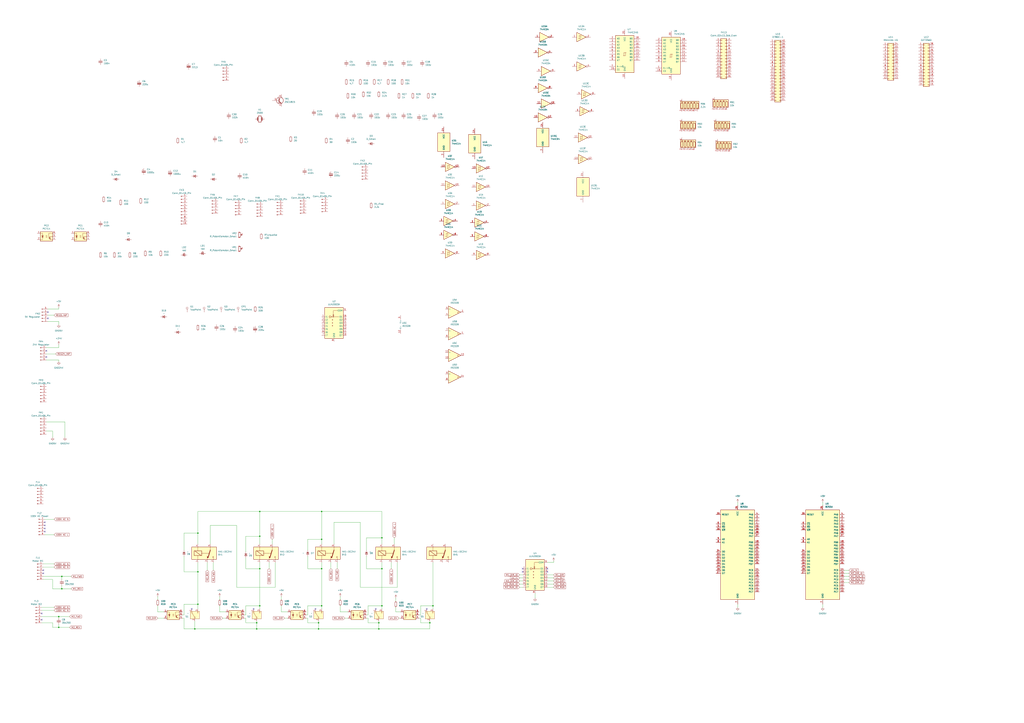
<source format=kicad_sch>
(kicad_sch
	(version 20231120)
	(generator "eeschema")
	(generator_version "8.0")
	(uuid "66cc26d7-ea0d-448d-81d6-18da17cae3ad")
	(paper "A1")
	
	(junction
		(at 50.8 473.71)
		(diameter 0)
		(color 0 0 0 0)
		(uuid "0b13f8df-1c20-4a73-a47a-98ac97815d26")
	)
	(junction
		(at 261.62 511.81)
		(diameter 0)
		(color 0 0 0 0)
		(uuid "10dae70c-302d-49d0-ba6e-3b81f529c56e")
	)
	(junction
		(at 261.62 516.89)
		(diameter 0)
		(color 0 0 0 0)
		(uuid "25ddcb7a-98b1-490f-9cf8-c98a9f58996b")
	)
	(junction
		(at 311.15 516.89)
		(diameter 0)
		(color 0 0 0 0)
		(uuid "356df096-b276-4fc8-9291-a01a55caa681")
	)
	(junction
		(at 160.02 516.89)
		(diameter 0)
		(color 0 0 0 0)
		(uuid "3bc20b50-851f-4e99-b35f-de81d16737fb")
	)
	(junction
		(at 213.36 420.37)
		(diameter 0)
		(color 0 0 0 0)
		(uuid "3c9259eb-cbc3-43a4-b7a4-ed840d4168c3")
	)
	(junction
		(at 313.69 497.84)
		(diameter 0)
		(color 0 0 0 0)
		(uuid "45b35192-3080-41b6-acc1-41fc0f510084")
	)
	(junction
		(at 48.26 515.62)
		(diameter 0)
		(color 0 0 0 0)
		(uuid "4683e323-5f89-4292-8f7b-95be364b9217")
	)
	(junction
		(at 213.36 497.84)
		(diameter 0)
		(color 0 0 0 0)
		(uuid "4b4ee08b-66db-45fa-bd0c-4b592e83c4c7")
	)
	(junction
		(at 210.82 511.81)
		(diameter 0)
		(color 0 0 0 0)
		(uuid "5b46f3f5-c45f-4aa9-9297-8da9111a9426")
	)
	(junction
		(at 264.16 497.84)
		(diameter 0)
		(color 0 0 0 0)
		(uuid "651f0bbd-2c35-401b-8e8f-550455b00b54")
	)
	(junction
		(at 313.69 467.36)
		(diameter 0)
		(color 0 0 0 0)
		(uuid "6cb56398-aade-4ba2-a1fe-3b66b3677601")
	)
	(junction
		(at 50.8 483.87)
		(diameter 0)
		(color 0 0 0 0)
		(uuid "787bb6e7-b134-4340-8a76-f56182ffc352")
	)
	(junction
		(at 162.56 496.57)
		(diameter 0)
		(color 0 0 0 0)
		(uuid "8741287e-2f19-419a-9d14-924da221de6a")
	)
	(junction
		(at 311.15 511.81)
		(diameter 0)
		(color 0 0 0 0)
		(uuid "94c04c4c-83a8-4c46-bad7-7f6f84ca370f")
	)
	(junction
		(at 353.06 511.81)
		(diameter 0)
		(color 0 0 0 0)
		(uuid "a1945e27-3991-4fb3-be48-1f97fbfba09b")
	)
	(junction
		(at 313.69 441.96)
		(diameter 0)
		(color 0 0 0 0)
		(uuid "a270c2d2-7352-49b7-a3a8-ba89c693befc")
	)
	(junction
		(at 264.16 420.37)
		(diameter 0)
		(color 0 0 0 0)
		(uuid "adf26b8e-9650-4236-9bcf-88b3f0f07d29")
	)
	(junction
		(at 162.56 438.15)
		(diameter 0)
		(color 0 0 0 0)
		(uuid "b02c65a3-a56f-49c9-b3bb-c182fca739ea")
	)
	(junction
		(at 355.6 497.84)
		(diameter 0)
		(color 0 0 0 0)
		(uuid "b849497d-419f-401c-914c-662c379116bb")
	)
	(junction
		(at 162.56 469.9)
		(diameter 0)
		(color 0 0 0 0)
		(uuid "babb64da-efb1-4acf-9cf6-e954d7233f5f")
	)
	(junction
		(at 48.26 506.73)
		(diameter 0)
		(color 0 0 0 0)
		(uuid "c43ca3f9-45f7-4b2b-b870-0096859f694d")
	)
	(junction
		(at 264.16 467.36)
		(diameter 0)
		(color 0 0 0 0)
		(uuid "d76fd0d5-6571-4fe6-a3de-8c84c7170948")
	)
	(junction
		(at 210.82 516.89)
		(diameter 0)
		(color 0 0 0 0)
		(uuid "d92b9d76-38be-41b8-8b5d-91f94362da4f")
	)
	(junction
		(at 213.36 440.69)
		(diameter 0)
		(color 0 0 0 0)
		(uuid "dc16379d-9489-4ced-93b2-eab45b360d68")
	)
	(junction
		(at 264.16 443.23)
		(diameter 0)
		(color 0 0 0 0)
		(uuid "f8c95fda-d262-49c3-bdf7-41b9311827b8")
	)
	(junction
		(at 213.36 467.36)
		(diameter 0)
		(color 0 0 0 0)
		(uuid "fa53695e-41ec-4e84-9665-f2cca63c0fda")
	)
	(no_connect
		(at 429.26 469.9)
		(uuid "0da8dff8-3efc-4579-af4f-a0d35cedd681")
	)
	(no_connect
		(at 38.1 293.37)
		(uuid "189a4fbb-4336-42af-94f8-029fdc066d50")
	)
	(no_connect
		(at 36.83 429.26)
		(uuid "1eeffd4a-cfea-480c-ba75-5ef1d8be5bc8")
	)
	(no_connect
		(at 34.29 509.27)
		(uuid "38f6cf9b-1c41-4f5a-ac4e-13d906cbb477")
	)
	(no_connect
		(at 39.37 256.54)
		(uuid "4e8b8fff-ab60-4204-a376-f0b26b4fa5b5")
	)
	(no_connect
		(at 429.26 467.36)
		(uuid "6526f219-e60f-46ab-96f8-5b894fee400d")
	)
	(no_connect
		(at 39.37 261.62)
		(uuid "6990e67d-49f3-4a44-8006-5c42fe4c6dc6")
	)
	(no_connect
		(at 36.83 436.88)
		(uuid "6af4da2c-9d10-49ff-b010-b8bd028e8855")
	)
	(no_connect
		(at 449.58 469.9)
		(uuid "6c2981a1-a5f8-4094-8f56-0fb32b339191")
	)
	(no_connect
		(at 308.61 500.38)
		(uuid "6e7c3107-485a-43bf-a80e-8ecf725474b5")
	)
	(no_connect
		(at 350.52 500.38)
		(uuid "6fbf3313-5162-44ad-b325-d2625086fc9e")
	)
	(no_connect
		(at 157.48 500.38)
		(uuid "70021ce7-557a-44ca-aa6e-08239d5b79ed")
	)
	(no_connect
		(at 36.83 431.8)
		(uuid "731fa28f-2239-4afa-9e69-5423eb111eed")
	)
	(no_connect
		(at 36.83 434.34)
		(uuid "7ac2f2f7-9bc0-47a5-a1f9-daf5db727c6b")
	)
	(no_connect
		(at 259.08 500.38)
		(uuid "a1fe7d45-1f3e-4a7e-ae0d-7e03379198f2")
	)
	(no_connect
		(at 38.1 288.29)
		(uuid "ac47f358-6b0d-4c00-ae69-7ed52f128bbc")
	)
	(no_connect
		(at 35.56 471.17)
		(uuid "b27bfa8b-6469-458e-abe8-0b20a1e0a33f")
	)
	(no_connect
		(at 34.29 504.19)
		(uuid "b51be13b-84bb-4c85-ad12-bba7c1d1c25a")
	)
	(no_connect
		(at 449.58 467.36)
		(uuid "cd55550c-c142-4be8-8a9d-501bcef30db5")
	)
	(no_connect
		(at 35.56 468.63)
		(uuid "dc85ec30-6681-4561-bea0-b63924e19d0e")
	)
	(no_connect
		(at 208.28 500.38)
		(uuid "f8398a9b-2e21-412c-91fa-cccb03a74a8a")
	)
	(wire
		(pts
			(xy 311.15 516.89) (xy 311.15 511.81)
		)
		(stroke
			(width 0)
			(type default)
		)
		(uuid "02a5ab22-8bd4-43c0-b759-c250902437eb")
	)
	(wire
		(pts
			(xy 252.73 511.81) (xy 261.62 511.81)
		)
		(stroke
			(width 0)
			(type default)
		)
		(uuid "0374fe63-9115-47f9-9bd8-00593f886327")
	)
	(wire
		(pts
			(xy 693.42 473.71) (xy 697.23 473.71)
		)
		(stroke
			(width 0)
			(type default)
		)
		(uuid "044d8170-9993-4217-8132-816c23299321")
	)
	(wire
		(pts
			(xy 353.06 516.89) (xy 353.06 511.81)
		)
		(stroke
			(width 0)
			(type default)
		)
		(uuid "05a96207-0511-402c-8cbc-17b5ca381bfa")
	)
	(wire
		(pts
			(xy 264.16 443.23) (xy 252.73 443.23)
		)
		(stroke
			(width 0)
			(type default)
		)
		(uuid "05e30963-3ff9-47b3-834e-9617b6eea12a")
	)
	(wire
		(pts
			(xy 201.93 440.69) (xy 213.36 440.69)
		)
		(stroke
			(width 0)
			(type default)
		)
		(uuid "0781d760-a7be-4aab-9baf-ba2fc3a0194d")
	)
	(wire
		(pts
			(xy 182.88 508) (xy 185.42 508)
		)
		(stroke
			(width 0)
			(type default)
		)
		(uuid "081a5a56-4d53-4741-b7b4-d3534838711c")
	)
	(wire
		(pts
			(xy 276.86 467.36) (xy 276.86 462.28)
		)
		(stroke
			(width 0)
			(type default)
		)
		(uuid "0ac84dd9-c95e-458a-ba7e-1d7e56536f85")
	)
	(wire
		(pts
			(xy 327.66 508) (xy 328.93 508)
		)
		(stroke
			(width 0)
			(type default)
		)
		(uuid "0ba276f9-49fa-4372-8f6b-e5a9a9e9c29e")
	)
	(wire
		(pts
			(xy 48.26 506.73) (xy 57.15 506.73)
		)
		(stroke
			(width 0)
			(type default)
		)
		(uuid "0ce7c09d-2fb0-4dec-855b-a9391c26eeb2")
	)
	(wire
		(pts
			(xy 675.64 496.57) (xy 675.64 499.11)
		)
		(stroke
			(width 0)
			(type default)
		)
		(uuid "0e010dda-9f02-420c-b4f2-779f41088b74")
	)
	(wire
		(pts
			(xy 162.56 469.9) (xy 162.56 462.28)
		)
		(stroke
			(width 0)
			(type default)
		)
		(uuid "0ea5a8ea-7b18-417a-96b9-c7214b98c44f")
	)
	(wire
		(pts
			(xy 426.72 482.6) (xy 429.26 482.6)
		)
		(stroke
			(width 0)
			(type default)
		)
		(uuid "0f09b1d2-4084-4dea-857d-330b895b9afc")
	)
	(wire
		(pts
			(xy 151.13 457.2) (xy 151.13 469.9)
		)
		(stroke
			(width 0)
			(type default)
		)
		(uuid "124a4fc0-acba-4b50-aa9b-4fbee1b8bdc4")
	)
	(wire
		(pts
			(xy 344.17 508) (xy 345.44 508)
		)
		(stroke
			(width 0)
			(type default)
		)
		(uuid "1285669e-927e-44fa-82bd-489186bd9d3c")
	)
	(wire
		(pts
			(xy 279.4 497.84) (xy 279.4 502.92)
		)
		(stroke
			(width 0)
			(type default)
		)
		(uuid "16277674-01d8-495f-aef8-57d30a9ed79c")
	)
	(wire
		(pts
			(xy 300.99 508) (xy 302.26 508)
		)
		(stroke
			(width 0)
			(type default)
		)
		(uuid "173bea94-7968-4dd8-93cf-bafd7426b94c")
	)
	(wire
		(pts
			(xy 313.69 497.84) (xy 313.69 467.36)
		)
		(stroke
			(width 0)
			(type default)
		)
		(uuid "178f1e7c-0255-4e6b-9053-ce24725b7633")
	)
	(wire
		(pts
			(xy 194.31 431.8) (xy 172.72 431.8)
		)
		(stroke
			(width 0)
			(type default)
		)
		(uuid "180e6b82-5930-40af-9b0e-5c781de995ed")
	)
	(wire
		(pts
			(xy 151.13 438.15) (xy 162.56 438.15)
		)
		(stroke
			(width 0)
			(type default)
		)
		(uuid "18465c56-a1ad-4916-8c30-2bd2e0941155")
	)
	(wire
		(pts
			(xy 172.72 431.8) (xy 172.72 447.04)
		)
		(stroke
			(width 0)
			(type default)
		)
		(uuid "18d9c8a6-cc74-4567-b775-4e1978246029")
	)
	(wire
		(pts
			(xy 50.8 473.71) (xy 58.42 473.71)
		)
		(stroke
			(width 0)
			(type default)
		)
		(uuid "18e150ed-0996-4fa7-b532-be044cf48581")
	)
	(wire
		(pts
			(xy 252.73 505.46) (xy 252.73 497.84)
		)
		(stroke
			(width 0)
			(type default)
		)
		(uuid "190661bd-fad7-40cd-afc7-bfd1bf798df8")
	)
	(wire
		(pts
			(xy 162.56 500.38) (xy 162.56 496.57)
		)
		(stroke
			(width 0)
			(type default)
		)
		(uuid "19ed89ed-194d-4fc7-ac5c-12cbbdb9966f")
	)
	(wire
		(pts
			(xy 261.62 516.89) (xy 311.15 516.89)
		)
		(stroke
			(width 0)
			(type default)
		)
		(uuid "1c2b5503-4cf4-49b8-a3d9-867f0a909920")
	)
	(wire
		(pts
			(xy 300.99 457.2) (xy 300.99 467.36)
		)
		(stroke
			(width 0)
			(type default)
		)
		(uuid "1c8a2992-5819-4c4d-bc5d-5873b0f8fec8")
	)
	(wire
		(pts
			(xy 149.86 505.46) (xy 151.13 505.46)
		)
		(stroke
			(width 0)
			(type default)
		)
		(uuid "1ec3d812-a633-492d-ae3d-6cae002a15c1")
	)
	(wire
		(pts
			(xy 279.4 502.92) (xy 285.75 502.92)
		)
		(stroke
			(width 0)
			(type default)
		)
		(uuid "1ef2a37f-8242-4b0a-b4cf-05692665dd8a")
	)
	(wire
		(pts
			(xy 48.26 295.91) (xy 38.1 295.91)
		)
		(stroke
			(width 0)
			(type default)
		)
		(uuid "22915d6b-7f96-41b9-88c5-845ed9fc4f22")
	)
	(wire
		(pts
			(xy 220.98 467.36) (xy 220.98 462.28)
		)
		(stroke
			(width 0)
			(type default)
		)
		(uuid "245b94a0-1f34-4404-8adf-8d6fc169bb4d")
	)
	(wire
		(pts
			(xy 439.42 487.68) (xy 439.42 491.49)
		)
		(stroke
			(width 0)
			(type default)
		)
		(uuid "25383dfa-3c2c-42a2-9fe1-430605bd0aad")
	)
	(wire
		(pts
			(xy 345.44 497.84) (xy 355.6 497.84)
		)
		(stroke
			(width 0)
			(type default)
		)
		(uuid "26b879ff-7cca-4a0b-818e-f50b673fc019")
	)
	(wire
		(pts
			(xy 210.82 516.89) (xy 210.82 511.81)
		)
		(stroke
			(width 0)
			(type default)
		)
		(uuid "271f6a65-e94d-469f-a525-87e08c76e075")
	)
	(wire
		(pts
			(xy 264.16 500.38) (xy 264.16 497.84)
		)
		(stroke
			(width 0)
			(type default)
		)
		(uuid "283558b2-5929-4655-8f5d-cebd90d9427a")
	)
	(wire
		(pts
			(xy 274.32 429.26) (xy 274.32 447.04)
		)
		(stroke
			(width 0)
			(type default)
		)
		(uuid "2b1149f8-13ab-466a-8452-72f4a2e37554")
	)
	(wire
		(pts
			(xy 233.68 508) (xy 236.22 508)
		)
		(stroke
			(width 0)
			(type default)
		)
		(uuid "2b453aeb-658b-47cf-8bab-24c4437c833c")
	)
	(wire
		(pts
			(xy 426.72 472.44) (xy 429.26 472.44)
		)
		(stroke
			(width 0)
			(type default)
		)
		(uuid "2c278734-524c-43a5-9f50-0959ca6b5c2c")
	)
	(wire
		(pts
			(xy 48.26 515.62) (xy 57.15 515.62)
		)
		(stroke
			(width 0)
			(type default)
		)
		(uuid "2c88da02-3177-4c39-aeff-cbed292da9ce")
	)
	(wire
		(pts
			(xy 129.54 502.92) (xy 134.62 502.92)
		)
		(stroke
			(width 0)
			(type default)
		)
		(uuid "2ce5239c-f782-482a-9748-720665f93ec1")
	)
	(wire
		(pts
			(xy 300.99 505.46) (xy 302.26 505.46)
		)
		(stroke
			(width 0)
			(type default)
		)
		(uuid "2d6f75c3-d312-42ce-ab55-bc762a0d1b64")
	)
	(wire
		(pts
			(xy 34.29 506.73) (xy 48.26 506.73)
		)
		(stroke
			(width 0)
			(type default)
		)
		(uuid "30f19106-3618-4a09-82aa-fb09024b4e70")
	)
	(wire
		(pts
			(xy 201.93 467.36) (xy 213.36 467.36)
		)
		(stroke
			(width 0)
			(type default)
		)
		(uuid "31ea083a-8a88-454b-a407-e034d3157f7d")
	)
	(wire
		(pts
			(xy 252.73 457.2) (xy 252.73 467.36)
		)
		(stroke
			(width 0)
			(type default)
		)
		(uuid "352b8653-2611-41a8-9752-3f2215ea5903")
	)
	(wire
		(pts
			(xy 162.56 420.37) (xy 162.56 438.15)
		)
		(stroke
			(width 0)
			(type default)
		)
		(uuid "38260eed-03d1-4f72-aa99-12a59c9b7513")
	)
	(wire
		(pts
			(xy 43.18 354.33) (xy 43.18 359.41)
		)
		(stroke
			(width 0)
			(type default)
		)
		(uuid "3c55ecda-9921-466b-bdcd-9927a381382a")
	)
	(wire
		(pts
			(xy 151.13 505.46) (xy 151.13 496.57)
		)
		(stroke
			(width 0)
			(type default)
		)
		(uuid "3edef422-b9dc-4de7-9b80-4fc3a04416fc")
	)
	(wire
		(pts
			(xy 36.83 426.72) (xy 44.45 426.72)
		)
		(stroke
			(width 0)
			(type default)
		)
		(uuid "4098dbf7-381b-465d-91c4-844b20bf971f")
	)
	(wire
		(pts
			(xy 605.79 412.75) (xy 605.79 415.29)
		)
		(stroke
			(width 0)
			(type default)
		)
		(uuid "413c7121-2621-48b3-9c50-e86f3440c3c0")
	)
	(wire
		(pts
			(xy 311.15 516.89) (xy 353.06 516.89)
		)
		(stroke
			(width 0)
			(type default)
		)
		(uuid "42b19c30-de2e-4fe5-bb5b-e213b1e1da0a")
	)
	(wire
		(pts
			(xy 302.26 497.84) (xy 313.69 497.84)
		)
		(stroke
			(width 0)
			(type default)
		)
		(uuid "4337ee6c-781e-4b57-b30d-f2f6a248413f")
	)
	(wire
		(pts
			(xy 449.58 480.06) (xy 454.66 480.06)
		)
		(stroke
			(width 0)
			(type default)
		)
		(uuid "4a9aaa05-7a36-4c2c-9830-ffe49357c84b")
	)
	(wire
		(pts
			(xy 325.12 491.49) (xy 325.12 494.03)
		)
		(stroke
			(width 0)
			(type default)
		)
		(uuid "4f45a74f-d366-4336-a777-20bb0b0b6103")
	)
	(wire
		(pts
			(xy 251.46 505.46) (xy 252.73 505.46)
		)
		(stroke
			(width 0)
			(type default)
		)
		(uuid "4ff4258e-dbc5-415a-af1f-60724aa167a5")
	)
	(wire
		(pts
			(xy 454.66 461.01) (xy 454.66 462.28)
		)
		(stroke
			(width 0)
			(type default)
		)
		(uuid "50c49188-d680-416e-83ec-f512c6367a87")
	)
	(wire
		(pts
			(xy 264.16 447.04) (xy 264.16 443.23)
		)
		(stroke
			(width 0)
			(type default)
		)
		(uuid "51255e78-9af3-4eb9-89a7-f03e79b706e7")
	)
	(wire
		(pts
			(xy 264.16 420.37) (xy 213.36 420.37)
		)
		(stroke
			(width 0)
			(type default)
		)
		(uuid "530670f0-0cbe-482f-8e16-ee14b406d9db")
	)
	(wire
		(pts
			(xy 321.31 467.36) (xy 321.31 462.28)
		)
		(stroke
			(width 0)
			(type default)
		)
		(uuid "556411d2-6029-4d6c-9001-f12aac8719d9")
	)
	(wire
		(pts
			(xy 226.06 482.6) (xy 194.31 482.6)
		)
		(stroke
			(width 0)
			(type default)
		)
		(uuid "56a6b905-05da-49f2-8842-b2f852951509")
	)
	(wire
		(pts
			(xy 213.36 497.84) (xy 213.36 467.36)
		)
		(stroke
			(width 0)
			(type default)
		)
		(uuid "57f85406-e60d-49d9-8c5d-716651347619")
	)
	(wire
		(pts
			(xy 231.14 497.84) (xy 231.14 502.92)
		)
		(stroke
			(width 0)
			(type default)
		)
		(uuid "59e72fb6-30b1-44b8-bb4b-6b1e799b7736")
	)
	(wire
		(pts
			(xy 693.42 471.17) (xy 697.23 471.17)
		)
		(stroke
			(width 0)
			(type default)
		)
		(uuid "5ab9acb0-81bd-4e63-9bec-a07dfc64eb86")
	)
	(wire
		(pts
			(xy 43.18 483.87) (xy 50.8 483.87)
		)
		(stroke
			(width 0)
			(type default)
		)
		(uuid "5d148857-46dd-4e23-800a-edb13ef3c857")
	)
	(wire
		(pts
			(xy 38.1 290.83) (xy 45.72 290.83)
		)
		(stroke
			(width 0)
			(type default)
		)
		(uuid "5decabbe-4d03-4a11-93cd-acdd60a5d6c7")
	)
	(wire
		(pts
			(xy 313.69 441.96) (xy 313.69 420.37)
		)
		(stroke
			(width 0)
			(type default)
		)
		(uuid "5f7055a2-51b5-4e86-be94-b85a43d34518")
	)
	(wire
		(pts
			(xy 693.42 478.79) (xy 697.23 478.79)
		)
		(stroke
			(width 0)
			(type default)
		)
		(uuid "6061dcb1-8edd-4d27-8d3f-24dcae6ef349")
	)
	(wire
		(pts
			(xy 252.73 467.36) (xy 264.16 467.36)
		)
		(stroke
			(width 0)
			(type default)
		)
		(uuid "62bf1741-3c11-4483-9c13-e7941791c370")
	)
	(wire
		(pts
			(xy 48.26 285.75) (xy 38.1 285.75)
		)
		(stroke
			(width 0)
			(type default)
		)
		(uuid "63d8cba3-ea5b-4b82-8dc1-aae8dc3dea8c")
	)
	(wire
		(pts
			(xy 326.39 482.6) (xy 295.91 482.6)
		)
		(stroke
			(width 0)
			(type default)
		)
		(uuid "64497edb-8d0c-4f20-8e85-db6b7270a0d8")
	)
	(wire
		(pts
			(xy 355.6 500.38) (xy 355.6 497.84)
		)
		(stroke
			(width 0)
			(type default)
		)
		(uuid "650bfa1a-c04c-45e6-8135-a186c6f354b7")
	)
	(wire
		(pts
			(xy 180.34 502.92) (xy 185.42 502.92)
		)
		(stroke
			(width 0)
			(type default)
		)
		(uuid "65e1caae-96b6-47f4-99d0-f6b2be7b9733")
	)
	(wire
		(pts
			(xy 311.15 511.81) (xy 311.15 510.54)
		)
		(stroke
			(width 0)
			(type default)
		)
		(uuid "6aee36b1-5cef-4a41-b26d-95f7e9aaeda0")
	)
	(wire
		(pts
			(xy 213.36 420.37) (xy 162.56 420.37)
		)
		(stroke
			(width 0)
			(type default)
		)
		(uuid "6afdac34-3c9d-4a94-908b-8d4b3b4745d3")
	)
	(wire
		(pts
			(xy 326.39 462.28) (xy 326.39 482.6)
		)
		(stroke
			(width 0)
			(type default)
		)
		(uuid "6d8ada2e-87f8-478a-b70a-98cf051d5542")
	)
	(wire
		(pts
			(xy 48.26 513.08) (xy 48.26 515.62)
		)
		(stroke
			(width 0)
			(type default)
		)
		(uuid "6e355440-32f4-4131-bc1d-449f8b3819b9")
	)
	(wire
		(pts
			(xy 36.83 439.42) (xy 44.45 439.42)
		)
		(stroke
			(width 0)
			(type default)
		)
		(uuid "6f1149bc-8737-4307-835e-8b2e39a23135")
	)
	(wire
		(pts
			(xy 313.69 467.36) (xy 313.69 462.28)
		)
		(stroke
			(width 0)
			(type default)
		)
		(uuid "718bc773-b866-4e93-b1a0-1de90842705a")
	)
	(wire
		(pts
			(xy 449.58 477.52) (xy 454.66 477.52)
		)
		(stroke
			(width 0)
			(type default)
		)
		(uuid "72a93b16-cbf1-4e3f-908f-7f6b7d39365a")
	)
	(wire
		(pts
			(xy 34.29 501.65) (xy 44.45 501.65)
		)
		(stroke
			(width 0)
			(type default)
		)
		(uuid "742b6672-6883-4e3c-befe-556d782b9be1")
	)
	(wire
		(pts
			(xy 48.26 252.73) (xy 48.26 254)
		)
		(stroke
			(width 0)
			(type default)
		)
		(uuid "75dd43e3-e44b-41f9-8ffb-6f655d26dec0")
	)
	(wire
		(pts
			(xy 313.69 500.38) (xy 313.69 497.84)
		)
		(stroke
			(width 0)
			(type default)
		)
		(uuid "7614a863-00e1-403c-b036-761e6041b4e9")
	)
	(wire
		(pts
			(xy 426.72 474.98) (xy 429.26 474.98)
		)
		(stroke
			(width 0)
			(type default)
		)
		(uuid "78064731-5976-41b6-a4ba-f351b63e53b1")
	)
	(wire
		(pts
			(xy 200.66 508) (xy 201.93 508)
		)
		(stroke
			(width 0)
			(type default)
		)
		(uuid "7cd466bb-fe01-42b6-9a53-7a277ba5c2be")
	)
	(wire
		(pts
			(xy 426.72 480.06) (xy 429.26 480.06)
		)
		(stroke
			(width 0)
			(type default)
		)
		(uuid "80c02fec-db9f-41b3-8aa0-5f2d783a5fd5")
	)
	(wire
		(pts
			(xy 129.54 508) (xy 134.62 508)
		)
		(stroke
			(width 0)
			(type default)
		)
		(uuid "83945eff-a536-4878-81b6-4ede3d8a6bab")
	)
	(wire
		(pts
			(xy 300.99 441.96) (xy 313.69 441.96)
		)
		(stroke
			(width 0)
			(type default)
		)
		(uuid "83dcc077-31fd-4ac4-84eb-f2e35622f285")
	)
	(wire
		(pts
			(xy 39.37 264.16) (xy 48.26 264.16)
		)
		(stroke
			(width 0)
			(type default)
		)
		(uuid "84ba0882-a2f1-4134-b1bc-55a0ea890a52")
	)
	(wire
		(pts
			(xy 355.6 497.84) (xy 355.6 462.28)
		)
		(stroke
			(width 0)
			(type default)
		)
		(uuid "8a98ee56-3ffa-483b-8323-3fa5ce8ff9ef")
	)
	(wire
		(pts
			(xy 162.56 496.57) (xy 162.56 469.9)
		)
		(stroke
			(width 0)
			(type default)
		)
		(uuid "8b291f1c-5fc1-42b7-abb7-1f57877c14d1")
	)
	(wire
		(pts
			(xy 693.42 476.25) (xy 697.23 476.25)
		)
		(stroke
			(width 0)
			(type default)
		)
		(uuid "8f82b7fd-890f-4490-9a25-ee29ea9217a0")
	)
	(wire
		(pts
			(xy 252.73 497.84) (xy 264.16 497.84)
		)
		(stroke
			(width 0)
			(type default)
		)
		(uuid "907853b2-3457-4466-a304-b371bdc45b82")
	)
	(wire
		(pts
			(xy 151.13 469.9) (xy 162.56 469.9)
		)
		(stroke
			(width 0)
			(type default)
		)
		(uuid "91ba220f-bbb1-408e-b134-ee8b93ed4b4c")
	)
	(wire
		(pts
			(xy 323.85 447.04) (xy 323.85 441.96)
		)
		(stroke
			(width 0)
			(type default)
		)
		(uuid "92ca70fc-6d8a-40fd-b89d-aac22587ce2f")
	)
	(wire
		(pts
			(xy 449.58 472.44) (xy 454.66 472.44)
		)
		(stroke
			(width 0)
			(type default)
		)
		(uuid "92d868ca-8177-4607-9bb2-713924abc222")
	)
	(wire
		(pts
			(xy 151.13 508) (xy 151.13 516.89)
		)
		(stroke
			(width 0)
			(type default)
		)
		(uuid "9348436b-0381-4457-a905-8e6554c0c228")
	)
	(wire
		(pts
			(xy 223.52 447.04) (xy 223.52 443.23)
		)
		(stroke
			(width 0)
			(type default)
		)
		(uuid "948540e9-bced-485b-a129-34963b999c53")
	)
	(wire
		(pts
			(xy 160.02 510.54) (xy 160.02 516.89)
		)
		(stroke
			(width 0)
			(type default)
		)
		(uuid "961cbd6e-e585-4e12-b08f-9532cc0a4c71")
	)
	(wire
		(pts
			(xy 213.36 440.69) (xy 213.36 447.04)
		)
		(stroke
			(width 0)
			(type default)
		)
		(uuid "96555e9a-1051-4eb7-9dc2-8255bb569074")
	)
	(wire
		(pts
			(xy 264.16 420.37) (xy 313.69 420.37)
		)
		(stroke
			(width 0)
			(type default)
		)
		(uuid "982c6ba6-cd25-4476-9eb2-6ef4e3b4cc3c")
	)
	(wire
		(pts
			(xy 151.13 496.57) (xy 162.56 496.57)
		)
		(stroke
			(width 0)
			(type default)
		)
		(uuid "98589abd-8286-4e5a-a518-f2e42cfe4260")
	)
	(wire
		(pts
			(xy 251.46 508) (xy 252.73 508)
		)
		(stroke
			(width 0)
			(type default)
		)
		(uuid "98f4a9a2-89f2-46fe-af74-0768decbeb7b")
	)
	(wire
		(pts
			(xy 43.18 483.87) (xy 43.18 476.25)
		)
		(stroke
			(width 0)
			(type default)
		)
		(uuid "a05be057-5dbb-4818-8188-3d09e2300cbf")
	)
	(wire
		(pts
			(xy 675.64 412.75) (xy 675.64 415.29)
		)
		(stroke
			(width 0)
			(type default)
		)
		(uuid "a18ab381-9a28-4f6b-a6d5-5fdb2eaf61fe")
	)
	(wire
		(pts
			(xy 693.42 468.63) (xy 697.23 468.63)
		)
		(stroke
			(width 0)
			(type default)
		)
		(uuid "a2cac00c-fa14-47a3-9408-f072db5c8751")
	)
	(wire
		(pts
			(xy 129.54 490.22) (xy 129.54 492.76)
		)
		(stroke
			(width 0)
			(type default)
		)
		(uuid "a3e7712f-961b-40c0-8be3-ed67f6f412c4")
	)
	(wire
		(pts
			(xy 449.58 482.6) (xy 454.66 482.6)
		)
		(stroke
			(width 0)
			(type default)
		)
		(uuid "a49239b0-442b-4329-8296-b735d9886022")
	)
	(wire
		(pts
			(xy 180.34 497.84) (xy 180.34 502.92)
		)
		(stroke
			(width 0)
			(type default)
		)
		(uuid "a4a22e0d-1f4f-4a8c-bd35-a2ba33f1f02b")
	)
	(wire
		(pts
			(xy 271.78 467.36) (xy 271.78 462.28)
		)
		(stroke
			(width 0)
			(type default)
		)
		(uuid "a524fe67-de97-4f71-91ac-81793ddec746")
	)
	(wire
		(pts
			(xy 264.16 497.84) (xy 264.16 467.36)
		)
		(stroke
			(width 0)
			(type default)
		)
		(uuid "a56caff6-bade-4a79-a6fd-a9fa31ee0fea")
	)
	(wire
		(pts
			(xy 325.12 499.11) (xy 325.12 502.92)
		)
		(stroke
			(width 0)
			(type default)
		)
		(uuid "a6154762-f5dc-400a-b419-236d73ec6fad")
	)
	(wire
		(pts
			(xy 50.8 473.71) (xy 50.8 476.25)
		)
		(stroke
			(width 0)
			(type default)
		)
		(uuid "a832328c-7828-49bf-9377-7a1afb71d09e")
	)
	(wire
		(pts
			(xy 201.93 508) (xy 201.93 511.81)
		)
		(stroke
			(width 0)
			(type default)
		)
		(uuid "a8eb7854-0bbf-4fbe-8483-f3fda463cba4")
	)
	(wire
		(pts
			(xy 48.26 297.18) (xy 48.26 295.91)
		)
		(stroke
			(width 0)
			(type default)
		)
		(uuid "aa3b0b28-cc1e-4e3b-af2c-85bf1da5b521")
	)
	(wire
		(pts
			(xy 279.4 490.22) (xy 279.4 492.76)
		)
		(stroke
			(width 0)
			(type default)
		)
		(uuid "aad93aeb-cf9f-4c0b-8efb-238a60fc2b99")
	)
	(wire
		(pts
			(xy 201.93 505.46) (xy 201.93 497.84)
		)
		(stroke
			(width 0)
			(type default)
		)
		(uuid "ad51a24d-8061-4ced-bb84-6633f503a744")
	)
	(wire
		(pts
			(xy 129.54 497.84) (xy 129.54 502.92)
		)
		(stroke
			(width 0)
			(type default)
		)
		(uuid "ad9a5bef-3f43-4dd3-a233-fa73838a6bf2")
	)
	(wire
		(pts
			(xy 200.66 505.46) (xy 201.93 505.46)
		)
		(stroke
			(width 0)
			(type default)
		)
		(uuid "b155c2ce-6bba-42f4-8835-e71b6e3f0a30")
	)
	(wire
		(pts
			(xy 210.82 511.81) (xy 210.82 510.54)
		)
		(stroke
			(width 0)
			(type default)
		)
		(uuid "b16cc1e8-11c6-4bb2-9e31-334f69d66bad")
	)
	(wire
		(pts
			(xy 149.86 508) (xy 151.13 508)
		)
		(stroke
			(width 0)
			(type default)
		)
		(uuid "b438918f-113a-45a7-b113-de8ca97c8072")
	)
	(wire
		(pts
			(xy 325.12 502.92) (xy 328.93 502.92)
		)
		(stroke
			(width 0)
			(type default)
		)
		(uuid "b76fd1a0-bc44-42ab-8561-4779734ec7eb")
	)
	(wire
		(pts
			(xy 50.8 483.87) (xy 58.42 483.87)
		)
		(stroke
			(width 0)
			(type default)
		)
		(uuid "b7c113b2-d2a1-4645-8b50-5ef5e8218184")
	)
	(wire
		(pts
			(xy 48.26 254) (xy 39.37 254)
		)
		(stroke
			(width 0)
			(type default)
		)
		(uuid "b7ee80b6-b9ea-4b80-b4bc-a65d9cc504ea")
	)
	(wire
		(pts
			(xy 261.62 511.81) (xy 261.62 516.89)
		)
		(stroke
			(width 0)
			(type default)
		)
		(uuid "b81b20e3-b7b3-4bd2-bbc0-8d6b48085064")
	)
	(wire
		(pts
			(xy 302.26 505.46) (xy 302.26 497.84)
		)
		(stroke
			(width 0)
			(type default)
		)
		(uuid "b88e52e9-d12d-448b-b4b0-e033194fd8af")
	)
	(wire
		(pts
			(xy 213.36 467.36) (xy 213.36 462.28)
		)
		(stroke
			(width 0)
			(type default)
		)
		(uuid "b8930062-dfb5-4cb9-9675-4986a08eddd9")
	)
	(wire
		(pts
			(xy 53.34 346.71) (xy 38.1 346.71)
		)
		(stroke
			(width 0)
			(type default)
		)
		(uuid "bb096da0-165c-4e92-827b-51577ff7d17d")
	)
	(wire
		(pts
			(xy 151.13 516.89) (xy 160.02 516.89)
		)
		(stroke
			(width 0)
			(type default)
		)
		(uuid "bb0b314b-a9d9-4db2-84bb-87e7fcb79701")
	)
	(wire
		(pts
			(xy 43.18 515.62) (xy 48.26 515.62)
		)
		(stroke
			(width 0)
			(type default)
		)
		(uuid "bd66d2d7-ee4f-45d5-8a67-2e2ed0535736")
	)
	(wire
		(pts
			(xy 39.37 259.08) (xy 44.45 259.08)
		)
		(stroke
			(width 0)
			(type default)
		)
		(uuid "bd822e3a-8371-43ec-ada0-eaa74f4704a4")
	)
	(wire
		(pts
			(xy 302.26 511.81) (xy 311.15 511.81)
		)
		(stroke
			(width 0)
			(type default)
		)
		(uuid "bdd14599-3121-44f3-a53c-7a35ad0e5a89")
	)
	(wire
		(pts
			(xy 162.56 447.04) (xy 162.56 438.15)
		)
		(stroke
			(width 0)
			(type default)
		)
		(uuid "be662239-ef66-47e8-b197-e9794ba10e52")
	)
	(wire
		(pts
			(xy 170.18 468.63) (xy 170.18 462.28)
		)
		(stroke
			(width 0)
			(type default)
		)
		(uuid "bea064ef-e2cf-4839-9d8a-c8d0cca41e06")
	)
	(wire
		(pts
			(xy 449.58 474.98) (xy 454.66 474.98)
		)
		(stroke
			(width 0)
			(type default)
		)
		(uuid "bf13b7f0-0c5b-43bc-b41a-b7fd2a7dc79f")
	)
	(wire
		(pts
			(xy 353.06 511.81) (xy 353.06 510.54)
		)
		(stroke
			(width 0)
			(type default)
		)
		(uuid "c0f4d967-879b-4145-933e-c945d8b780c2")
	)
	(wire
		(pts
			(xy 264.16 467.36) (xy 264.16 462.28)
		)
		(stroke
			(width 0)
			(type default)
		)
		(uuid "c1d9e162-471c-4e25-8311-11dc508a8ae1")
	)
	(wire
		(pts
			(xy 180.34 490.22) (xy 180.34 492.76)
		)
		(stroke
			(width 0)
			(type default)
		)
		(uuid "c216f958-098e-4db8-bf5c-25ae7b62152b")
	)
	(wire
		(pts
			(xy 48.26 506.73) (xy 48.26 508)
		)
		(stroke
			(width 0)
			(type default)
		)
		(uuid "c379e818-5941-492a-8c85-e6645c130fc6")
	)
	(wire
		(pts
			(xy 231.14 490.22) (xy 231.14 492.76)
		)
		(stroke
			(width 0)
			(type default)
		)
		(uuid "c44f6b38-6f54-4fa4-8619-400a85e0f5b8")
	)
	(wire
		(pts
			(xy 345.44 511.81) (xy 353.06 511.81)
		)
		(stroke
			(width 0)
			(type default)
		)
		(uuid "c4bee4cf-62be-426c-ade4-4b0a1f17e1dc")
	)
	(wire
		(pts
			(xy 344.17 505.46) (xy 345.44 505.46)
		)
		(stroke
			(width 0)
			(type default)

... [286933 chars truncated]
</source>
